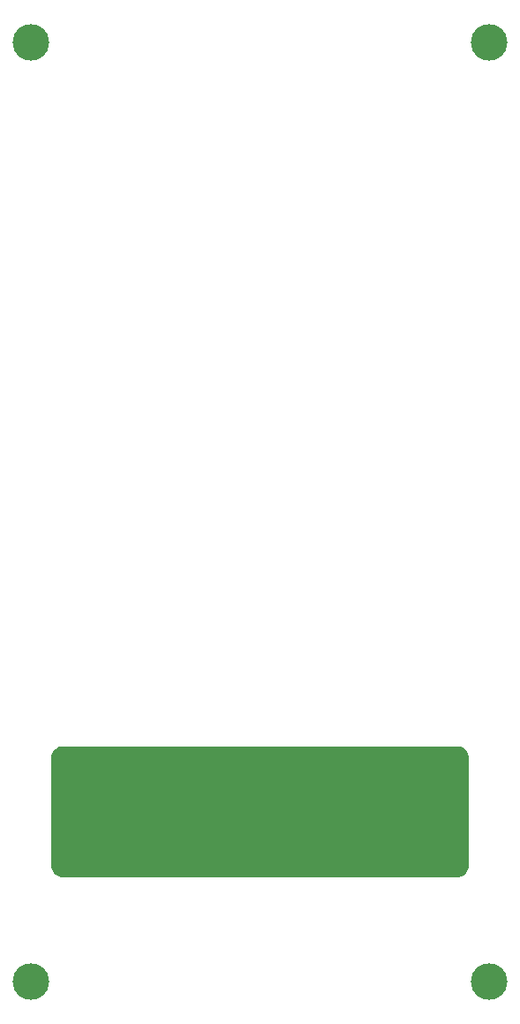
<source format=gbr>
%TF.GenerationSoftware,Altium Limited,Altium Designer,22.5.1 (42)*%
G04 Layer_Color=0*
%FSLAX45Y45*%
%MOMM*%
%TF.SameCoordinates,2641221E-3FAC-4475-AA3C-923D0AF84551*%
%TF.FilePolarity,Positive*%
%TF.FileFunction,NonPlated,1,2,NPTH,Drill*%
%TF.Part,Single*%
G01*
G75*
%TA.AperFunction,OtherDrill,Pad Free-0 (-22.00001mm,45.00501mm)*%
%ADD50C,3.50000*%
%TA.AperFunction,OtherDrill,Pad Free-0 (21.99999mm,45.00501mm)*%
%ADD51C,3.50000*%
%TA.AperFunction,OtherDrill,Pad Free-0 (21.99999mm,-44.99499mm)*%
%ADD52C,3.50000*%
%TA.AperFunction,OtherDrill,Pad Free-0 (-22.00001mm,-44.99499mm)*%
%ADD53C,3.50000*%
G36*
X-1900000Y-3500000D02*
X-1909849Y-3500000D01*
X-1929169Y-3496158D01*
X-1947368Y-3488620D01*
X-1963746Y-3477677D01*
X-1977675Y-3463748D01*
X-1988619Y-3447370D01*
X-1996157Y-3429171D01*
X-2000000Y-3409852D01*
X-2000000Y-3400003D01*
X-2000000Y-3400001D01*
Y-2350000D01*
X-2000000Y-2340151D01*
X-1996157Y-2320832D01*
X-1988619Y-2302633D01*
X-1977675Y-2286255D01*
X-1963746Y-2272326D01*
X-1947368Y-2261382D01*
X-1929169Y-2253844D01*
X-1909850Y-2250001D01*
X-1900001Y-2250002D01*
X-1900000Y-2250001D01*
X1900000Y-2250001D01*
X1909849Y-2250000D01*
X1929169Y-2253843D01*
X1947368Y-2261381D01*
X1963747Y-2272325D01*
X1977675Y-2286253D01*
X1988619Y-2302632D01*
X1996157Y-2320831D01*
X2000000Y-2340151D01*
X2000000Y-2350000D01*
X2000000Y-2350000D01*
X2000000Y-3400000D01*
X2000000Y-3409849D01*
X1996158Y-3429170D01*
X1988620Y-3447369D01*
X1977676Y-3463747D01*
X1963747Y-3477677D01*
X1947368Y-3488620D01*
X1929169Y-3496158D01*
X1909849Y-3500001D01*
X1900000Y-3500000D01*
X1900000D01*
X-1900000D01*
D02*
G37*
D50*
X-2200001Y4500501D02*
D03*
D51*
X2199999D02*
D03*
D52*
Y-4499499D02*
D03*
D53*
X-2200001D02*
D03*
%TF.MD5,22ea27c6fc6588e6d26ae6fdca2b6792*%
M02*

</source>
